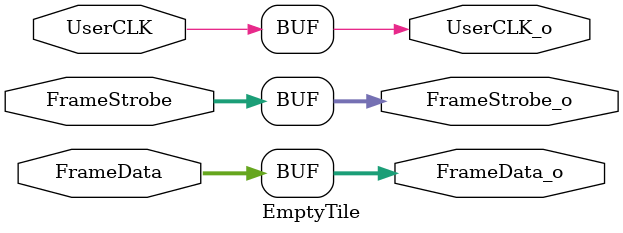
<source format=v>
module EmptyTile #(
    parameter MaxFramesPerCol = 32,
    parameter FrameBitsPerRow = 32,
    // Emulation Parameters
    parameter EMULATION_ENABLE = 0,
    parameter EMULATION_CONFIG = 0
)
(
    input UserCLK,
    output UserCLK_o,
    input [FrameBitsPerRow - 1:0] FrameData,
    output [FrameBitsPerRow - 1:0] FrameData_o,
    input [MaxFramesPerCol - 1:0] FrameStrobe,
    output [MaxFramesPerCol - 1:0] FrameStrobe_o
);
assign FrameData_o = FrameData;
assign FrameStrobe_o = FrameStrobe;
assign UserCLK_o = UserCLK;
endmodule

</source>
